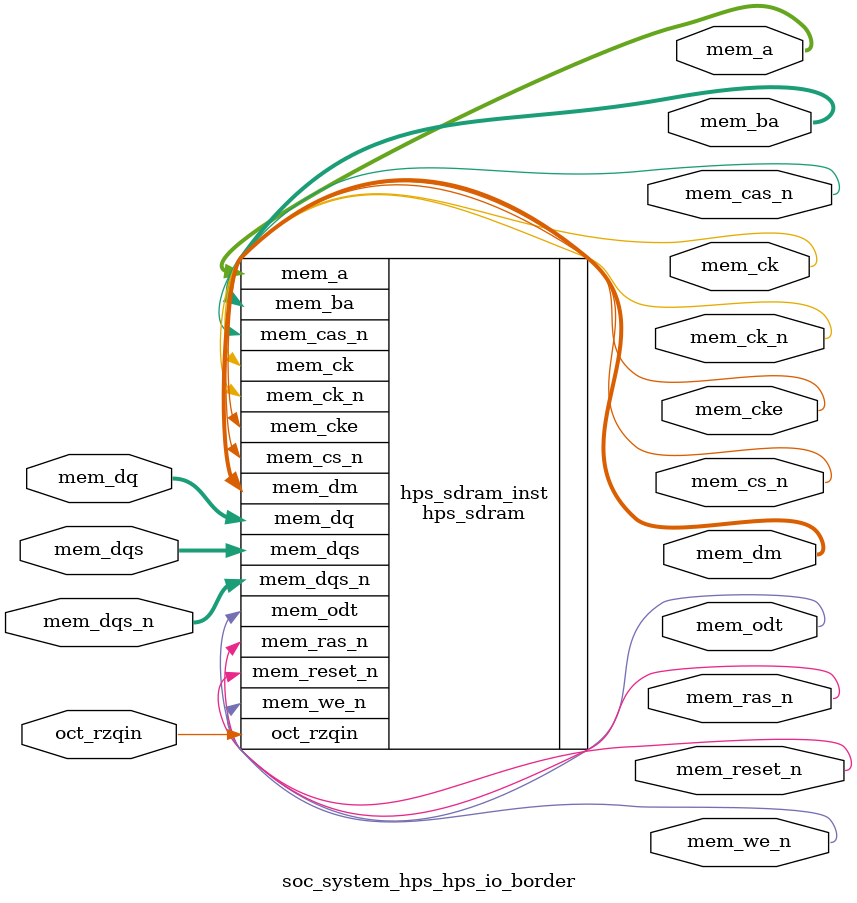
<source format=sv>


module soc_system_hps_hps_io_border(
// memory
  output wire [15 - 1 : 0 ] mem_a
 ,output wire [3 - 1 : 0 ] mem_ba
 ,output wire [1 - 1 : 0 ] mem_ck
 ,output wire [1 - 1 : 0 ] mem_ck_n
 ,output wire [1 - 1 : 0 ] mem_cke
 ,output wire [1 - 1 : 0 ] mem_cs_n
 ,output wire [1 - 1 : 0 ] mem_ras_n
 ,output wire [1 - 1 : 0 ] mem_cas_n
 ,output wire [1 - 1 : 0 ] mem_we_n
 ,output wire [1 - 1 : 0 ] mem_reset_n
 ,inout wire [32 - 1 : 0 ] mem_dq
 ,inout wire [4 - 1 : 0 ] mem_dqs
 ,inout wire [4 - 1 : 0 ] mem_dqs_n
 ,output wire [1 - 1 : 0 ] mem_odt
 ,output wire [4 - 1 : 0 ] mem_dm
 ,input wire [1 - 1 : 0 ] oct_rzqin
);


hps_sdram hps_sdram_inst(
 .mem_dq({
    mem_dq[31:0] // 31:0
  })
,.mem_odt({
    mem_odt[0:0] // 0:0
  })
,.mem_ras_n({
    mem_ras_n[0:0] // 0:0
  })
,.mem_dqs_n({
    mem_dqs_n[3:0] // 3:0
  })
,.mem_dqs({
    mem_dqs[3:0] // 3:0
  })
,.mem_dm({
    mem_dm[3:0] // 3:0
  })
,.mem_we_n({
    mem_we_n[0:0] // 0:0
  })
,.mem_cas_n({
    mem_cas_n[0:0] // 0:0
  })
,.mem_ba({
    mem_ba[2:0] // 2:0
  })
,.mem_a({
    mem_a[14:0] // 14:0
  })
,.mem_cs_n({
    mem_cs_n[0:0] // 0:0
  })
,.mem_ck({
    mem_ck[0:0] // 0:0
  })
,.mem_cke({
    mem_cke[0:0] // 0:0
  })
,.oct_rzqin({
    oct_rzqin[0:0] // 0:0
  })
,.mem_reset_n({
    mem_reset_n[0:0] // 0:0
  })
,.mem_ck_n({
    mem_ck_n[0:0] // 0:0
  })
);

endmodule


</source>
